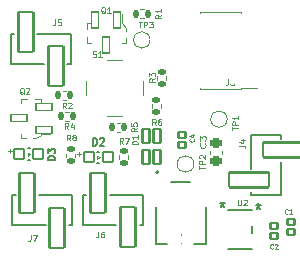
<source format=gto>
G04 #@! TF.GenerationSoftware,KiCad,Pcbnew,8.0.4+dfsg-1*
G04 #@! TF.CreationDate,2025-01-09T13:17:03-05:00*
G04 #@! TF.ProjectId,tag,7461672e-6b69-4636-9164-5f7063625858,1*
G04 #@! TF.SameCoordinates,Original*
G04 #@! TF.FileFunction,Legend,Top*
G04 #@! TF.FilePolarity,Positive*
%FSLAX46Y46*%
G04 Gerber Fmt 4.6, Leading zero omitted, Abs format (unit mm)*
G04 Created by KiCad (PCBNEW 8.0.4+dfsg-1) date 2025-01-09 13:17:03*
%MOMM*%
%LPD*%
G01*
G04 APERTURE LIST*
G04 Aperture macros list*
%AMRoundRect*
0 Rectangle with rounded corners*
0 $1 Rounding radius*
0 $2 $3 $4 $5 $6 $7 $8 $9 X,Y pos of 4 corners*
0 Add a 4 corners polygon primitive as box body*
4,1,4,$2,$3,$4,$5,$6,$7,$8,$9,$2,$3,0*
0 Add four circle primitives for the rounded corners*
1,1,$1+$1,$2,$3*
1,1,$1+$1,$4,$5*
1,1,$1+$1,$6,$7*
1,1,$1+$1,$8,$9*
0 Add four rect primitives between the rounded corners*
20,1,$1+$1,$2,$3,$4,$5,0*
20,1,$1+$1,$4,$5,$6,$7,0*
20,1,$1+$1,$6,$7,$8,$9,0*
20,1,$1+$1,$8,$9,$2,$3,0*%
G04 Aperture macros list end*
%ADD10C,0.125000*%
%ADD11C,0.098425*%
%ADD12C,0.150000*%
%ADD13C,0.120000*%
%ADD14C,0.113500*%
%ADD15C,0.152400*%
%ADD16C,0.200000*%
%ADD17C,0.100000*%
%ADD18C,1.000000*%
%ADD19RoundRect,0.102000X-0.300000X0.270000X-0.300000X-0.270000X0.300000X-0.270000X0.300000X0.270000X0*%
%ADD20RoundRect,0.135000X0.135000X0.185000X-0.135000X0.185000X-0.135000X-0.185000X0.135000X-0.185000X0*%
%ADD21R,0.660400X1.549400*%
%ADD22R,1.295400X1.905000*%
%ADD23RoundRect,0.135000X-0.135000X-0.185000X0.135000X-0.185000X0.135000X0.185000X-0.135000X0.185000X0*%
%ADD24R,2.400000X0.740000*%
%ADD25RoundRect,0.102000X0.635000X1.715000X-0.635000X1.715000X-0.635000X-1.715000X0.635000X-1.715000X0*%
%ADD26C,1.064000*%
%ADD27RoundRect,0.070000X-0.300000X0.650000X-0.300000X-0.650000X0.300000X-0.650000X0.300000X0.650000X0*%
%ADD28RoundRect,0.102000X0.300000X-0.270000X0.300000X0.270000X-0.300000X0.270000X-0.300000X-0.270000X0*%
%ADD29RoundRect,0.102000X-1.715000X0.635000X-1.715000X-0.635000X1.715000X-0.635000X1.715000X0.635000X0*%
%ADD30RoundRect,0.102000X-0.300000X0.600000X-0.300000X-0.600000X0.300000X-0.600000X0.300000X0.600000X0*%
%ADD31RoundRect,0.102000X0.400000X0.400000X-0.400000X0.400000X-0.400000X-0.400000X0.400000X-0.400000X0*%
%ADD32RoundRect,0.135000X0.185000X-0.135000X0.185000X0.135000X-0.185000X0.135000X-0.185000X-0.135000X0*%
%ADD33RoundRect,0.135000X-0.185000X0.135000X-0.185000X-0.135000X0.185000X-0.135000X0.185000X0.135000X0*%
%ADD34R,0.200000X1.100000*%
%ADD35R,0.500000X0.700000*%
%ADD36RoundRect,0.102000X-0.635000X-1.715000X0.635000X-1.715000X0.635000X1.715000X-0.635000X1.715000X0*%
%ADD37RoundRect,0.225000X-0.250000X0.225000X-0.250000X-0.225000X0.250000X-0.225000X0.250000X0.225000X0*%
%ADD38RoundRect,0.070000X0.650000X0.300000X-0.650000X0.300000X-0.650000X-0.300000X0.650000X-0.300000X0*%
%ADD39R,1.574800X0.558800*%
G04 APERTURE END LIST*
D10*
X76334809Y-36950951D02*
X76334809Y-36665237D01*
X76834809Y-36808094D02*
X76334809Y-36808094D01*
X76834809Y-36498571D02*
X76334809Y-36498571D01*
X76334809Y-36498571D02*
X76334809Y-36308095D01*
X76334809Y-36308095D02*
X76358619Y-36260476D01*
X76358619Y-36260476D02*
X76382428Y-36236666D01*
X76382428Y-36236666D02*
X76430047Y-36212857D01*
X76430047Y-36212857D02*
X76501476Y-36212857D01*
X76501476Y-36212857D02*
X76549095Y-36236666D01*
X76549095Y-36236666D02*
X76572904Y-36260476D01*
X76572904Y-36260476D02*
X76596714Y-36308095D01*
X76596714Y-36308095D02*
X76596714Y-36498571D01*
X76834809Y-35736666D02*
X76834809Y-36022380D01*
X76834809Y-35879523D02*
X76334809Y-35879523D01*
X76334809Y-35879523D02*
X76406238Y-35927142D01*
X76406238Y-35927142D02*
X76453857Y-35974761D01*
X76453857Y-35974761D02*
X76477666Y-36022380D01*
D11*
X73069519Y-37675616D02*
X73088267Y-37694364D01*
X73088267Y-37694364D02*
X73107014Y-37750607D01*
X73107014Y-37750607D02*
X73107014Y-37788102D01*
X73107014Y-37788102D02*
X73088267Y-37844345D01*
X73088267Y-37844345D02*
X73050771Y-37881841D01*
X73050771Y-37881841D02*
X73013276Y-37900588D01*
X73013276Y-37900588D02*
X72938285Y-37919336D01*
X72938285Y-37919336D02*
X72882042Y-37919336D01*
X72882042Y-37919336D02*
X72807052Y-37900588D01*
X72807052Y-37900588D02*
X72769556Y-37881841D01*
X72769556Y-37881841D02*
X72732061Y-37844345D01*
X72732061Y-37844345D02*
X72713313Y-37788102D01*
X72713313Y-37788102D02*
X72713313Y-37750607D01*
X72713313Y-37750607D02*
X72732061Y-37694364D01*
X72732061Y-37694364D02*
X72750809Y-37675616D01*
X72844547Y-37338158D02*
X73107014Y-37338158D01*
X72694566Y-37431897D02*
X72975781Y-37525635D01*
X72975781Y-37525635D02*
X72975781Y-37281915D01*
D10*
X62266666Y-35114809D02*
X62100000Y-34876714D01*
X61980952Y-35114809D02*
X61980952Y-34614809D01*
X61980952Y-34614809D02*
X62171428Y-34614809D01*
X62171428Y-34614809D02*
X62219047Y-34638619D01*
X62219047Y-34638619D02*
X62242857Y-34662428D01*
X62242857Y-34662428D02*
X62266666Y-34710047D01*
X62266666Y-34710047D02*
X62266666Y-34781476D01*
X62266666Y-34781476D02*
X62242857Y-34829095D01*
X62242857Y-34829095D02*
X62219047Y-34852904D01*
X62219047Y-34852904D02*
X62171428Y-34876714D01*
X62171428Y-34876714D02*
X61980952Y-34876714D01*
X62457143Y-34662428D02*
X62480952Y-34638619D01*
X62480952Y-34638619D02*
X62528571Y-34614809D01*
X62528571Y-34614809D02*
X62647619Y-34614809D01*
X62647619Y-34614809D02*
X62695238Y-34638619D01*
X62695238Y-34638619D02*
X62719047Y-34662428D01*
X62719047Y-34662428D02*
X62742857Y-34710047D01*
X62742857Y-34710047D02*
X62742857Y-34757666D01*
X62742857Y-34757666D02*
X62719047Y-34829095D01*
X62719047Y-34829095D02*
X62433333Y-35114809D01*
X62433333Y-35114809D02*
X62742857Y-35114809D01*
D12*
X71626667Y-45499820D02*
X71626667Y-46214105D01*
X71626667Y-46214105D02*
X71579048Y-46356962D01*
X71579048Y-46356962D02*
X71483810Y-46452201D01*
X71483810Y-46452201D02*
X71340953Y-46499820D01*
X71340953Y-46499820D02*
X71245715Y-46499820D01*
X72626667Y-46499820D02*
X72055239Y-46499820D01*
X72340953Y-46499820D02*
X72340953Y-45499820D01*
X72340953Y-45499820D02*
X72245715Y-45642677D01*
X72245715Y-45642677D02*
X72150477Y-45737915D01*
X72150477Y-45737915D02*
X72055239Y-45785534D01*
D10*
X62466666Y-36854809D02*
X62300000Y-36616714D01*
X62180952Y-36854809D02*
X62180952Y-36354809D01*
X62180952Y-36354809D02*
X62371428Y-36354809D01*
X62371428Y-36354809D02*
X62419047Y-36378619D01*
X62419047Y-36378619D02*
X62442857Y-36402428D01*
X62442857Y-36402428D02*
X62466666Y-36450047D01*
X62466666Y-36450047D02*
X62466666Y-36521476D01*
X62466666Y-36521476D02*
X62442857Y-36569095D01*
X62442857Y-36569095D02*
X62419047Y-36592904D01*
X62419047Y-36592904D02*
X62371428Y-36616714D01*
X62371428Y-36616714D02*
X62180952Y-36616714D01*
X62895238Y-36521476D02*
X62895238Y-36854809D01*
X62776190Y-36331000D02*
X62657143Y-36688142D01*
X62657143Y-36688142D02*
X62966666Y-36688142D01*
X75993333Y-32614809D02*
X75993333Y-32971952D01*
X75993333Y-32971952D02*
X75969524Y-33043380D01*
X75969524Y-33043380D02*
X75921905Y-33091000D01*
X75921905Y-33091000D02*
X75850476Y-33114809D01*
X75850476Y-33114809D02*
X75802857Y-33114809D01*
X76183809Y-32614809D02*
X76493333Y-32614809D01*
X76493333Y-32614809D02*
X76326666Y-32805285D01*
X76326666Y-32805285D02*
X76398095Y-32805285D01*
X76398095Y-32805285D02*
X76445714Y-32829095D01*
X76445714Y-32829095D02*
X76469523Y-32852904D01*
X76469523Y-32852904D02*
X76493333Y-32900523D01*
X76493333Y-32900523D02*
X76493333Y-33019571D01*
X76493333Y-33019571D02*
X76469523Y-33067190D01*
X76469523Y-33067190D02*
X76445714Y-33091000D01*
X76445714Y-33091000D02*
X76398095Y-33114809D01*
X76398095Y-33114809D02*
X76255238Y-33114809D01*
X76255238Y-33114809D02*
X76207619Y-33091000D01*
X76207619Y-33091000D02*
X76183809Y-33067190D01*
X64993333Y-45534809D02*
X64993333Y-45891952D01*
X64993333Y-45891952D02*
X64969524Y-45963380D01*
X64969524Y-45963380D02*
X64921905Y-46011000D01*
X64921905Y-46011000D02*
X64850476Y-46034809D01*
X64850476Y-46034809D02*
X64802857Y-46034809D01*
X65445714Y-45534809D02*
X65350476Y-45534809D01*
X65350476Y-45534809D02*
X65302857Y-45558619D01*
X65302857Y-45558619D02*
X65279047Y-45582428D01*
X65279047Y-45582428D02*
X65231428Y-45653857D01*
X65231428Y-45653857D02*
X65207619Y-45749095D01*
X65207619Y-45749095D02*
X65207619Y-45939571D01*
X65207619Y-45939571D02*
X65231428Y-45987190D01*
X65231428Y-45987190D02*
X65255238Y-46011000D01*
X65255238Y-46011000D02*
X65302857Y-46034809D01*
X65302857Y-46034809D02*
X65398095Y-46034809D01*
X65398095Y-46034809D02*
X65445714Y-46011000D01*
X65445714Y-46011000D02*
X65469523Y-45987190D01*
X65469523Y-45987190D02*
X65493333Y-45939571D01*
X65493333Y-45939571D02*
X65493333Y-45820523D01*
X65493333Y-45820523D02*
X65469523Y-45772904D01*
X65469523Y-45772904D02*
X65445714Y-45749095D01*
X65445714Y-45749095D02*
X65398095Y-45725285D01*
X65398095Y-45725285D02*
X65302857Y-45725285D01*
X65302857Y-45725285D02*
X65255238Y-45749095D01*
X65255238Y-45749095D02*
X65231428Y-45772904D01*
X65231428Y-45772904D02*
X65207619Y-45820523D01*
X65602380Y-27062428D02*
X65554761Y-27038619D01*
X65554761Y-27038619D02*
X65507142Y-26991000D01*
X65507142Y-26991000D02*
X65435714Y-26919571D01*
X65435714Y-26919571D02*
X65388095Y-26895761D01*
X65388095Y-26895761D02*
X65340476Y-26895761D01*
X65364285Y-27014809D02*
X65316666Y-26991000D01*
X65316666Y-26991000D02*
X65269047Y-26943380D01*
X65269047Y-26943380D02*
X65245238Y-26848142D01*
X65245238Y-26848142D02*
X65245238Y-26681476D01*
X65245238Y-26681476D02*
X65269047Y-26586238D01*
X65269047Y-26586238D02*
X65316666Y-26538619D01*
X65316666Y-26538619D02*
X65364285Y-26514809D01*
X65364285Y-26514809D02*
X65459523Y-26514809D01*
X65459523Y-26514809D02*
X65507142Y-26538619D01*
X65507142Y-26538619D02*
X65554761Y-26586238D01*
X65554761Y-26586238D02*
X65578571Y-26681476D01*
X65578571Y-26681476D02*
X65578571Y-26848142D01*
X65578571Y-26848142D02*
X65554761Y-26943380D01*
X65554761Y-26943380D02*
X65507142Y-26991000D01*
X65507142Y-26991000D02*
X65459523Y-27014809D01*
X65459523Y-27014809D02*
X65364285Y-27014809D01*
X66054762Y-27014809D02*
X65769048Y-27014809D01*
X65911905Y-27014809D02*
X65911905Y-26514809D01*
X65911905Y-26514809D02*
X65864286Y-26586238D01*
X65864286Y-26586238D02*
X65816667Y-26633857D01*
X65816667Y-26633857D02*
X65769048Y-26657666D01*
D11*
X81024383Y-43989519D02*
X81005635Y-44008267D01*
X81005635Y-44008267D02*
X80949392Y-44027014D01*
X80949392Y-44027014D02*
X80911897Y-44027014D01*
X80911897Y-44027014D02*
X80855654Y-44008267D01*
X80855654Y-44008267D02*
X80818159Y-43970771D01*
X80818159Y-43970771D02*
X80799411Y-43933276D01*
X80799411Y-43933276D02*
X80780663Y-43858285D01*
X80780663Y-43858285D02*
X80780663Y-43802042D01*
X80780663Y-43802042D02*
X80799411Y-43727052D01*
X80799411Y-43727052D02*
X80818159Y-43689556D01*
X80818159Y-43689556D02*
X80855654Y-43652061D01*
X80855654Y-43652061D02*
X80911897Y-43633313D01*
X80911897Y-43633313D02*
X80949392Y-43633313D01*
X80949392Y-43633313D02*
X81005635Y-43652061D01*
X81005635Y-43652061D02*
X81024383Y-43670809D01*
X81399336Y-44027014D02*
X81174364Y-44027014D01*
X81286850Y-44027014D02*
X81286850Y-43633313D01*
X81286850Y-43633313D02*
X81249355Y-43689556D01*
X81249355Y-43689556D02*
X81211860Y-43727052D01*
X81211860Y-43727052D02*
X81174364Y-43745799D01*
D10*
X76924809Y-38256666D02*
X77281952Y-38256666D01*
X77281952Y-38256666D02*
X77353380Y-38280475D01*
X77353380Y-38280475D02*
X77401000Y-38328094D01*
X77401000Y-38328094D02*
X77424809Y-38399523D01*
X77424809Y-38399523D02*
X77424809Y-38447142D01*
X77091476Y-37804285D02*
X77424809Y-37804285D01*
X76901000Y-37923333D02*
X77258142Y-38042380D01*
X77258142Y-38042380D02*
X77258142Y-37732857D01*
X68324809Y-38149047D02*
X67824809Y-38149047D01*
X67824809Y-38149047D02*
X67824809Y-38029999D01*
X67824809Y-38029999D02*
X67848619Y-37958571D01*
X67848619Y-37958571D02*
X67896238Y-37910952D01*
X67896238Y-37910952D02*
X67943857Y-37887142D01*
X67943857Y-37887142D02*
X68039095Y-37863333D01*
X68039095Y-37863333D02*
X68110523Y-37863333D01*
X68110523Y-37863333D02*
X68205761Y-37887142D01*
X68205761Y-37887142D02*
X68253380Y-37910952D01*
X68253380Y-37910952D02*
X68301000Y-37958571D01*
X68301000Y-37958571D02*
X68324809Y-38029999D01*
X68324809Y-38029999D02*
X68324809Y-38149047D01*
X68324809Y-37387142D02*
X68324809Y-37672856D01*
X68324809Y-37529999D02*
X67824809Y-37529999D01*
X67824809Y-37529999D02*
X67896238Y-37577618D01*
X67896238Y-37577618D02*
X67943857Y-37625237D01*
X67943857Y-37625237D02*
X67967666Y-37672856D01*
D12*
X64527618Y-38248276D02*
X64527618Y-37608276D01*
X64527618Y-37608276D02*
X64679999Y-37608276D01*
X64679999Y-37608276D02*
X64771428Y-37638752D01*
X64771428Y-37638752D02*
X64832380Y-37699704D01*
X64832380Y-37699704D02*
X64862857Y-37760657D01*
X64862857Y-37760657D02*
X64893333Y-37882561D01*
X64893333Y-37882561D02*
X64893333Y-37973990D01*
X64893333Y-37973990D02*
X64862857Y-38095895D01*
X64862857Y-38095895D02*
X64832380Y-38156847D01*
X64832380Y-38156847D02*
X64771428Y-38217800D01*
X64771428Y-38217800D02*
X64679999Y-38248276D01*
X64679999Y-38248276D02*
X64527618Y-38248276D01*
X65137142Y-37669228D02*
X65167618Y-37638752D01*
X65167618Y-37638752D02*
X65228571Y-37608276D01*
X65228571Y-37608276D02*
X65380952Y-37608276D01*
X65380952Y-37608276D02*
X65441904Y-37638752D01*
X65441904Y-37638752D02*
X65472380Y-37669228D01*
X65472380Y-37669228D02*
X65502857Y-37730180D01*
X65502857Y-37730180D02*
X65502857Y-37791133D01*
X65502857Y-37791133D02*
X65472380Y-37882561D01*
X65472380Y-37882561D02*
X65106666Y-38248276D01*
X65106666Y-38248276D02*
X65502857Y-38248276D01*
D13*
X63197142Y-38992960D02*
X63562857Y-38992960D01*
X63379999Y-39175817D02*
X63379999Y-38810102D01*
D10*
X70324809Y-27163333D02*
X70086714Y-27329999D01*
X70324809Y-27449047D02*
X69824809Y-27449047D01*
X69824809Y-27449047D02*
X69824809Y-27258571D01*
X69824809Y-27258571D02*
X69848619Y-27210952D01*
X69848619Y-27210952D02*
X69872428Y-27187142D01*
X69872428Y-27187142D02*
X69920047Y-27163333D01*
X69920047Y-27163333D02*
X69991476Y-27163333D01*
X69991476Y-27163333D02*
X70039095Y-27187142D01*
X70039095Y-27187142D02*
X70062904Y-27210952D01*
X70062904Y-27210952D02*
X70086714Y-27258571D01*
X70086714Y-27258571D02*
X70086714Y-27449047D01*
X70324809Y-26687142D02*
X70324809Y-26972856D01*
X70324809Y-26829999D02*
X69824809Y-26829999D01*
X69824809Y-26829999D02*
X69896238Y-26877618D01*
X69896238Y-26877618D02*
X69943857Y-26925237D01*
X69943857Y-26925237D02*
X69967666Y-26972856D01*
D14*
X62616666Y-37824127D02*
X62450000Y-37607936D01*
X62330952Y-37824127D02*
X62330952Y-37370127D01*
X62330952Y-37370127D02*
X62521428Y-37370127D01*
X62521428Y-37370127D02*
X62569047Y-37391746D01*
X62569047Y-37391746D02*
X62592857Y-37413365D01*
X62592857Y-37413365D02*
X62616666Y-37456603D01*
X62616666Y-37456603D02*
X62616666Y-37521460D01*
X62616666Y-37521460D02*
X62592857Y-37564698D01*
X62592857Y-37564698D02*
X62569047Y-37586317D01*
X62569047Y-37586317D02*
X62521428Y-37607936D01*
X62521428Y-37607936D02*
X62330952Y-37607936D01*
X62902381Y-37564698D02*
X62854762Y-37543079D01*
X62854762Y-37543079D02*
X62830952Y-37521460D01*
X62830952Y-37521460D02*
X62807143Y-37478222D01*
X62807143Y-37478222D02*
X62807143Y-37456603D01*
X62807143Y-37456603D02*
X62830952Y-37413365D01*
X62830952Y-37413365D02*
X62854762Y-37391746D01*
X62854762Y-37391746D02*
X62902381Y-37370127D01*
X62902381Y-37370127D02*
X62997619Y-37370127D01*
X62997619Y-37370127D02*
X63045238Y-37391746D01*
X63045238Y-37391746D02*
X63069047Y-37413365D01*
X63069047Y-37413365D02*
X63092857Y-37456603D01*
X63092857Y-37456603D02*
X63092857Y-37478222D01*
X63092857Y-37478222D02*
X63069047Y-37521460D01*
X63069047Y-37521460D02*
X63045238Y-37543079D01*
X63045238Y-37543079D02*
X62997619Y-37564698D01*
X62997619Y-37564698D02*
X62902381Y-37564698D01*
X62902381Y-37564698D02*
X62854762Y-37586317D01*
X62854762Y-37586317D02*
X62830952Y-37607936D01*
X62830952Y-37607936D02*
X62807143Y-37651174D01*
X62807143Y-37651174D02*
X62807143Y-37737650D01*
X62807143Y-37737650D02*
X62830952Y-37780888D01*
X62830952Y-37780888D02*
X62854762Y-37802508D01*
X62854762Y-37802508D02*
X62902381Y-37824127D01*
X62902381Y-37824127D02*
X62997619Y-37824127D01*
X62997619Y-37824127D02*
X63045238Y-37802508D01*
X63045238Y-37802508D02*
X63069047Y-37780888D01*
X63069047Y-37780888D02*
X63092857Y-37737650D01*
X63092857Y-37737650D02*
X63092857Y-37651174D01*
X63092857Y-37651174D02*
X63069047Y-37607936D01*
X63069047Y-37607936D02*
X63045238Y-37586317D01*
X63045238Y-37586317D02*
X62997619Y-37564698D01*
D10*
X69804809Y-32563333D02*
X69566714Y-32729999D01*
X69804809Y-32849047D02*
X69304809Y-32849047D01*
X69304809Y-32849047D02*
X69304809Y-32658571D01*
X69304809Y-32658571D02*
X69328619Y-32610952D01*
X69328619Y-32610952D02*
X69352428Y-32587142D01*
X69352428Y-32587142D02*
X69400047Y-32563333D01*
X69400047Y-32563333D02*
X69471476Y-32563333D01*
X69471476Y-32563333D02*
X69519095Y-32587142D01*
X69519095Y-32587142D02*
X69542904Y-32610952D01*
X69542904Y-32610952D02*
X69566714Y-32658571D01*
X69566714Y-32658571D02*
X69566714Y-32849047D01*
X69304809Y-32396666D02*
X69304809Y-32087142D01*
X69304809Y-32087142D02*
X69495285Y-32253809D01*
X69495285Y-32253809D02*
X69495285Y-32182380D01*
X69495285Y-32182380D02*
X69519095Y-32134761D01*
X69519095Y-32134761D02*
X69542904Y-32110952D01*
X69542904Y-32110952D02*
X69590523Y-32087142D01*
X69590523Y-32087142D02*
X69709571Y-32087142D01*
X69709571Y-32087142D02*
X69757190Y-32110952D01*
X69757190Y-32110952D02*
X69781000Y-32134761D01*
X69781000Y-32134761D02*
X69804809Y-32182380D01*
X69804809Y-32182380D02*
X69804809Y-32325237D01*
X69804809Y-32325237D02*
X69781000Y-32372856D01*
X69781000Y-32372856D02*
X69757190Y-32396666D01*
D12*
X61338276Y-39502381D02*
X60698276Y-39502381D01*
X60698276Y-39502381D02*
X60698276Y-39350000D01*
X60698276Y-39350000D02*
X60728752Y-39258571D01*
X60728752Y-39258571D02*
X60789704Y-39197619D01*
X60789704Y-39197619D02*
X60850657Y-39167142D01*
X60850657Y-39167142D02*
X60972561Y-39136666D01*
X60972561Y-39136666D02*
X61063990Y-39136666D01*
X61063990Y-39136666D02*
X61185895Y-39167142D01*
X61185895Y-39167142D02*
X61246847Y-39197619D01*
X61246847Y-39197619D02*
X61307800Y-39258571D01*
X61307800Y-39258571D02*
X61338276Y-39350000D01*
X61338276Y-39350000D02*
X61338276Y-39502381D01*
X60698276Y-38923333D02*
X60698276Y-38527142D01*
X60698276Y-38527142D02*
X60942085Y-38740476D01*
X60942085Y-38740476D02*
X60942085Y-38649047D01*
X60942085Y-38649047D02*
X60972561Y-38588095D01*
X60972561Y-38588095D02*
X61003038Y-38557619D01*
X61003038Y-38557619D02*
X61063990Y-38527142D01*
X61063990Y-38527142D02*
X61216371Y-38527142D01*
X61216371Y-38527142D02*
X61277323Y-38557619D01*
X61277323Y-38557619D02*
X61307800Y-38588095D01*
X61307800Y-38588095D02*
X61338276Y-38649047D01*
X61338276Y-38649047D02*
X61338276Y-38831904D01*
X61338276Y-38831904D02*
X61307800Y-38892857D01*
X61307800Y-38892857D02*
X61277323Y-38923333D01*
D13*
X57337142Y-38732960D02*
X57702857Y-38732960D01*
X57519999Y-38915817D02*
X57519999Y-38550102D01*
D10*
X64524048Y-30731000D02*
X64595476Y-30754809D01*
X64595476Y-30754809D02*
X64714524Y-30754809D01*
X64714524Y-30754809D02*
X64762143Y-30731000D01*
X64762143Y-30731000D02*
X64785952Y-30707190D01*
X64785952Y-30707190D02*
X64809762Y-30659571D01*
X64809762Y-30659571D02*
X64809762Y-30611952D01*
X64809762Y-30611952D02*
X64785952Y-30564333D01*
X64785952Y-30564333D02*
X64762143Y-30540523D01*
X64762143Y-30540523D02*
X64714524Y-30516714D01*
X64714524Y-30516714D02*
X64619286Y-30492904D01*
X64619286Y-30492904D02*
X64571667Y-30469095D01*
X64571667Y-30469095D02*
X64547857Y-30445285D01*
X64547857Y-30445285D02*
X64524048Y-30397666D01*
X64524048Y-30397666D02*
X64524048Y-30350047D01*
X64524048Y-30350047D02*
X64547857Y-30302428D01*
X64547857Y-30302428D02*
X64571667Y-30278619D01*
X64571667Y-30278619D02*
X64619286Y-30254809D01*
X64619286Y-30254809D02*
X64738333Y-30254809D01*
X64738333Y-30254809D02*
X64809762Y-30278619D01*
X65285952Y-30754809D02*
X65000238Y-30754809D01*
X65143095Y-30754809D02*
X65143095Y-30254809D01*
X65143095Y-30254809D02*
X65095476Y-30326238D01*
X65095476Y-30326238D02*
X65047857Y-30373857D01*
X65047857Y-30373857D02*
X65000238Y-30397666D01*
X68399048Y-27754809D02*
X68684762Y-27754809D01*
X68541905Y-28254809D02*
X68541905Y-27754809D01*
X68851428Y-28254809D02*
X68851428Y-27754809D01*
X68851428Y-27754809D02*
X69041904Y-27754809D01*
X69041904Y-27754809D02*
X69089523Y-27778619D01*
X69089523Y-27778619D02*
X69113333Y-27802428D01*
X69113333Y-27802428D02*
X69137142Y-27850047D01*
X69137142Y-27850047D02*
X69137142Y-27921476D01*
X69137142Y-27921476D02*
X69113333Y-27969095D01*
X69113333Y-27969095D02*
X69089523Y-27992904D01*
X69089523Y-27992904D02*
X69041904Y-28016714D01*
X69041904Y-28016714D02*
X68851428Y-28016714D01*
X69303809Y-27754809D02*
X69613333Y-27754809D01*
X69613333Y-27754809D02*
X69446666Y-27945285D01*
X69446666Y-27945285D02*
X69518095Y-27945285D01*
X69518095Y-27945285D02*
X69565714Y-27969095D01*
X69565714Y-27969095D02*
X69589523Y-27992904D01*
X69589523Y-27992904D02*
X69613333Y-28040523D01*
X69613333Y-28040523D02*
X69613333Y-28159571D01*
X69613333Y-28159571D02*
X69589523Y-28207190D01*
X69589523Y-28207190D02*
X69565714Y-28231000D01*
X69565714Y-28231000D02*
X69518095Y-28254809D01*
X69518095Y-28254809D02*
X69375238Y-28254809D01*
X69375238Y-28254809D02*
X69327619Y-28231000D01*
X69327619Y-28231000D02*
X69303809Y-28207190D01*
X73524809Y-40270951D02*
X73524809Y-39985237D01*
X74024809Y-40128094D02*
X73524809Y-40128094D01*
X74024809Y-39818571D02*
X73524809Y-39818571D01*
X73524809Y-39818571D02*
X73524809Y-39628095D01*
X73524809Y-39628095D02*
X73548619Y-39580476D01*
X73548619Y-39580476D02*
X73572428Y-39556666D01*
X73572428Y-39556666D02*
X73620047Y-39532857D01*
X73620047Y-39532857D02*
X73691476Y-39532857D01*
X73691476Y-39532857D02*
X73739095Y-39556666D01*
X73739095Y-39556666D02*
X73762904Y-39580476D01*
X73762904Y-39580476D02*
X73786714Y-39628095D01*
X73786714Y-39628095D02*
X73786714Y-39818571D01*
X73572428Y-39342380D02*
X73548619Y-39318571D01*
X73548619Y-39318571D02*
X73524809Y-39270952D01*
X73524809Y-39270952D02*
X73524809Y-39151904D01*
X73524809Y-39151904D02*
X73548619Y-39104285D01*
X73548619Y-39104285D02*
X73572428Y-39080476D01*
X73572428Y-39080476D02*
X73620047Y-39056666D01*
X73620047Y-39056666D02*
X73667666Y-39056666D01*
X73667666Y-39056666D02*
X73739095Y-39080476D01*
X73739095Y-39080476D02*
X74024809Y-39366190D01*
X74024809Y-39366190D02*
X74024809Y-39056666D01*
X68274809Y-36773333D02*
X68036714Y-36939999D01*
X68274809Y-37059047D02*
X67774809Y-37059047D01*
X67774809Y-37059047D02*
X67774809Y-36868571D01*
X67774809Y-36868571D02*
X67798619Y-36820952D01*
X67798619Y-36820952D02*
X67822428Y-36797142D01*
X67822428Y-36797142D02*
X67870047Y-36773333D01*
X67870047Y-36773333D02*
X67941476Y-36773333D01*
X67941476Y-36773333D02*
X67989095Y-36797142D01*
X67989095Y-36797142D02*
X68012904Y-36820952D01*
X68012904Y-36820952D02*
X68036714Y-36868571D01*
X68036714Y-36868571D02*
X68036714Y-37059047D01*
X67774809Y-36320952D02*
X67774809Y-36559047D01*
X67774809Y-36559047D02*
X68012904Y-36582856D01*
X68012904Y-36582856D02*
X67989095Y-36559047D01*
X67989095Y-36559047D02*
X67965285Y-36511428D01*
X67965285Y-36511428D02*
X67965285Y-36392380D01*
X67965285Y-36392380D02*
X67989095Y-36344761D01*
X67989095Y-36344761D02*
X68012904Y-36320952D01*
X68012904Y-36320952D02*
X68060523Y-36297142D01*
X68060523Y-36297142D02*
X68179571Y-36297142D01*
X68179571Y-36297142D02*
X68227190Y-36320952D01*
X68227190Y-36320952D02*
X68251000Y-36344761D01*
X68251000Y-36344761D02*
X68274809Y-36392380D01*
X68274809Y-36392380D02*
X68274809Y-36511428D01*
X68274809Y-36511428D02*
X68251000Y-36559047D01*
X68251000Y-36559047D02*
X68227190Y-36582856D01*
X69866666Y-36504809D02*
X69700000Y-36266714D01*
X69580952Y-36504809D02*
X69580952Y-36004809D01*
X69580952Y-36004809D02*
X69771428Y-36004809D01*
X69771428Y-36004809D02*
X69819047Y-36028619D01*
X69819047Y-36028619D02*
X69842857Y-36052428D01*
X69842857Y-36052428D02*
X69866666Y-36100047D01*
X69866666Y-36100047D02*
X69866666Y-36171476D01*
X69866666Y-36171476D02*
X69842857Y-36219095D01*
X69842857Y-36219095D02*
X69819047Y-36242904D01*
X69819047Y-36242904D02*
X69771428Y-36266714D01*
X69771428Y-36266714D02*
X69580952Y-36266714D01*
X70295238Y-36004809D02*
X70200000Y-36004809D01*
X70200000Y-36004809D02*
X70152381Y-36028619D01*
X70152381Y-36028619D02*
X70128571Y-36052428D01*
X70128571Y-36052428D02*
X70080952Y-36123857D01*
X70080952Y-36123857D02*
X70057143Y-36219095D01*
X70057143Y-36219095D02*
X70057143Y-36409571D01*
X70057143Y-36409571D02*
X70080952Y-36457190D01*
X70080952Y-36457190D02*
X70104762Y-36481000D01*
X70104762Y-36481000D02*
X70152381Y-36504809D01*
X70152381Y-36504809D02*
X70247619Y-36504809D01*
X70247619Y-36504809D02*
X70295238Y-36481000D01*
X70295238Y-36481000D02*
X70319047Y-36457190D01*
X70319047Y-36457190D02*
X70342857Y-36409571D01*
X70342857Y-36409571D02*
X70342857Y-36290523D01*
X70342857Y-36290523D02*
X70319047Y-36242904D01*
X70319047Y-36242904D02*
X70295238Y-36219095D01*
X70295238Y-36219095D02*
X70247619Y-36195285D01*
X70247619Y-36195285D02*
X70152381Y-36195285D01*
X70152381Y-36195285D02*
X70104762Y-36219095D01*
X70104762Y-36219095D02*
X70080952Y-36242904D01*
X70080952Y-36242904D02*
X70057143Y-36290523D01*
X61333333Y-27574809D02*
X61333333Y-27931952D01*
X61333333Y-27931952D02*
X61309524Y-28003380D01*
X61309524Y-28003380D02*
X61261905Y-28051000D01*
X61261905Y-28051000D02*
X61190476Y-28074809D01*
X61190476Y-28074809D02*
X61142857Y-28074809D01*
X61809523Y-27574809D02*
X61571428Y-27574809D01*
X61571428Y-27574809D02*
X61547619Y-27812904D01*
X61547619Y-27812904D02*
X61571428Y-27789095D01*
X61571428Y-27789095D02*
X61619047Y-27765285D01*
X61619047Y-27765285D02*
X61738095Y-27765285D01*
X61738095Y-27765285D02*
X61785714Y-27789095D01*
X61785714Y-27789095D02*
X61809523Y-27812904D01*
X61809523Y-27812904D02*
X61833333Y-27860523D01*
X61833333Y-27860523D02*
X61833333Y-27979571D01*
X61833333Y-27979571D02*
X61809523Y-28027190D01*
X61809523Y-28027190D02*
X61785714Y-28051000D01*
X61785714Y-28051000D02*
X61738095Y-28074809D01*
X61738095Y-28074809D02*
X61619047Y-28074809D01*
X61619047Y-28074809D02*
X61571428Y-28051000D01*
X61571428Y-28051000D02*
X61547619Y-28027190D01*
X59263333Y-45824809D02*
X59263333Y-46181952D01*
X59263333Y-46181952D02*
X59239524Y-46253380D01*
X59239524Y-46253380D02*
X59191905Y-46301000D01*
X59191905Y-46301000D02*
X59120476Y-46324809D01*
X59120476Y-46324809D02*
X59072857Y-46324809D01*
X59453809Y-45824809D02*
X59787142Y-45824809D01*
X59787142Y-45824809D02*
X59572857Y-46324809D01*
X74037190Y-38048333D02*
X74061000Y-38079285D01*
X74061000Y-38079285D02*
X74084809Y-38172143D01*
X74084809Y-38172143D02*
X74084809Y-38234047D01*
X74084809Y-38234047D02*
X74061000Y-38326904D01*
X74061000Y-38326904D02*
X74013380Y-38388809D01*
X74013380Y-38388809D02*
X73965761Y-38419762D01*
X73965761Y-38419762D02*
X73870523Y-38450714D01*
X73870523Y-38450714D02*
X73799095Y-38450714D01*
X73799095Y-38450714D02*
X73703857Y-38419762D01*
X73703857Y-38419762D02*
X73656238Y-38388809D01*
X73656238Y-38388809D02*
X73608619Y-38326904D01*
X73608619Y-38326904D02*
X73584809Y-38234047D01*
X73584809Y-38234047D02*
X73584809Y-38172143D01*
X73584809Y-38172143D02*
X73608619Y-38079285D01*
X73608619Y-38079285D02*
X73632428Y-38048333D01*
X73584809Y-37831666D02*
X73584809Y-37429285D01*
X73584809Y-37429285D02*
X73775285Y-37645952D01*
X73775285Y-37645952D02*
X73775285Y-37553095D01*
X73775285Y-37553095D02*
X73799095Y-37491190D01*
X73799095Y-37491190D02*
X73822904Y-37460238D01*
X73822904Y-37460238D02*
X73870523Y-37429285D01*
X73870523Y-37429285D02*
X73989571Y-37429285D01*
X73989571Y-37429285D02*
X74037190Y-37460238D01*
X74037190Y-37460238D02*
X74061000Y-37491190D01*
X74061000Y-37491190D02*
X74084809Y-37553095D01*
X74084809Y-37553095D02*
X74084809Y-37738809D01*
X74084809Y-37738809D02*
X74061000Y-37800714D01*
X74061000Y-37800714D02*
X74037190Y-37831666D01*
X58712380Y-33902428D02*
X58664761Y-33878619D01*
X58664761Y-33878619D02*
X58617142Y-33831000D01*
X58617142Y-33831000D02*
X58545714Y-33759571D01*
X58545714Y-33759571D02*
X58498095Y-33735761D01*
X58498095Y-33735761D02*
X58450476Y-33735761D01*
X58474285Y-33854809D02*
X58426666Y-33831000D01*
X58426666Y-33831000D02*
X58379047Y-33783380D01*
X58379047Y-33783380D02*
X58355238Y-33688142D01*
X58355238Y-33688142D02*
X58355238Y-33521476D01*
X58355238Y-33521476D02*
X58379047Y-33426238D01*
X58379047Y-33426238D02*
X58426666Y-33378619D01*
X58426666Y-33378619D02*
X58474285Y-33354809D01*
X58474285Y-33354809D02*
X58569523Y-33354809D01*
X58569523Y-33354809D02*
X58617142Y-33378619D01*
X58617142Y-33378619D02*
X58664761Y-33426238D01*
X58664761Y-33426238D02*
X58688571Y-33521476D01*
X58688571Y-33521476D02*
X58688571Y-33688142D01*
X58688571Y-33688142D02*
X58664761Y-33783380D01*
X58664761Y-33783380D02*
X58617142Y-33831000D01*
X58617142Y-33831000D02*
X58569523Y-33854809D01*
X58569523Y-33854809D02*
X58474285Y-33854809D01*
X58879048Y-33402428D02*
X58902857Y-33378619D01*
X58902857Y-33378619D02*
X58950476Y-33354809D01*
X58950476Y-33354809D02*
X59069524Y-33354809D01*
X59069524Y-33354809D02*
X59117143Y-33378619D01*
X59117143Y-33378619D02*
X59140952Y-33402428D01*
X59140952Y-33402428D02*
X59164762Y-33450047D01*
X59164762Y-33450047D02*
X59164762Y-33497666D01*
X59164762Y-33497666D02*
X59140952Y-33569095D01*
X59140952Y-33569095D02*
X58855238Y-33854809D01*
X58855238Y-33854809D02*
X59164762Y-33854809D01*
X67086666Y-38104809D02*
X66920000Y-37866714D01*
X66800952Y-38104809D02*
X66800952Y-37604809D01*
X66800952Y-37604809D02*
X66991428Y-37604809D01*
X66991428Y-37604809D02*
X67039047Y-37628619D01*
X67039047Y-37628619D02*
X67062857Y-37652428D01*
X67062857Y-37652428D02*
X67086666Y-37700047D01*
X67086666Y-37700047D02*
X67086666Y-37771476D01*
X67086666Y-37771476D02*
X67062857Y-37819095D01*
X67062857Y-37819095D02*
X67039047Y-37842904D01*
X67039047Y-37842904D02*
X66991428Y-37866714D01*
X66991428Y-37866714D02*
X66800952Y-37866714D01*
X67253333Y-37604809D02*
X67586666Y-37604809D01*
X67586666Y-37604809D02*
X67372381Y-38104809D01*
X76796847Y-42824810D02*
X76796847Y-43229572D01*
X76796847Y-43229572D02*
X76820657Y-43277191D01*
X76820657Y-43277191D02*
X76844466Y-43301001D01*
X76844466Y-43301001D02*
X76892085Y-43324810D01*
X76892085Y-43324810D02*
X76987323Y-43324810D01*
X76987323Y-43324810D02*
X77034942Y-43301001D01*
X77034942Y-43301001D02*
X77058752Y-43277191D01*
X77058752Y-43277191D02*
X77082561Y-43229572D01*
X77082561Y-43229572D02*
X77082561Y-42824810D01*
X77296848Y-42872429D02*
X77320657Y-42848620D01*
X77320657Y-42848620D02*
X77368276Y-42824810D01*
X77368276Y-42824810D02*
X77487324Y-42824810D01*
X77487324Y-42824810D02*
X77534943Y-42848620D01*
X77534943Y-42848620D02*
X77558752Y-42872429D01*
X77558752Y-42872429D02*
X77582562Y-42920048D01*
X77582562Y-42920048D02*
X77582562Y-42967667D01*
X77582562Y-42967667D02*
X77558752Y-43039096D01*
X77558752Y-43039096D02*
X77273038Y-43324810D01*
X77273038Y-43324810D02*
X77582562Y-43324810D01*
D12*
X78557800Y-43154820D02*
X78557800Y-43392915D01*
X78319705Y-43297677D02*
X78557800Y-43392915D01*
X78557800Y-43392915D02*
X78795895Y-43297677D01*
X78414943Y-43583391D02*
X78557800Y-43392915D01*
X78557800Y-43392915D02*
X78700657Y-43583391D01*
X75507800Y-43004820D02*
X75507800Y-43242915D01*
X75269705Y-43147677D02*
X75507800Y-43242915D01*
X75507800Y-43242915D02*
X75745895Y-43147677D01*
X75364943Y-43433391D02*
X75507800Y-43242915D01*
X75507800Y-43242915D02*
X75650657Y-43433391D01*
D11*
X79794383Y-46949519D02*
X79775635Y-46968267D01*
X79775635Y-46968267D02*
X79719392Y-46987014D01*
X79719392Y-46987014D02*
X79681897Y-46987014D01*
X79681897Y-46987014D02*
X79625654Y-46968267D01*
X79625654Y-46968267D02*
X79588159Y-46930771D01*
X79588159Y-46930771D02*
X79569411Y-46893276D01*
X79569411Y-46893276D02*
X79550663Y-46818285D01*
X79550663Y-46818285D02*
X79550663Y-46762042D01*
X79550663Y-46762042D02*
X79569411Y-46687052D01*
X79569411Y-46687052D02*
X79588159Y-46649556D01*
X79588159Y-46649556D02*
X79625654Y-46612061D01*
X79625654Y-46612061D02*
X79681897Y-46593313D01*
X79681897Y-46593313D02*
X79719392Y-46593313D01*
X79719392Y-46593313D02*
X79775635Y-46612061D01*
X79775635Y-46612061D02*
X79794383Y-46630809D01*
X79944364Y-46630809D02*
X79963112Y-46612061D01*
X79963112Y-46612061D02*
X80000607Y-46593313D01*
X80000607Y-46593313D02*
X80094346Y-46593313D01*
X80094346Y-46593313D02*
X80131841Y-46612061D01*
X80131841Y-46612061D02*
X80150589Y-46630809D01*
X80150589Y-46630809D02*
X80169336Y-46668304D01*
X80169336Y-46668304D02*
X80169336Y-46705799D01*
X80169336Y-46705799D02*
X80150589Y-46762042D01*
X80150589Y-46762042D02*
X79925617Y-46987014D01*
X79925617Y-46987014D02*
X80169336Y-46987014D01*
D13*
X75910000Y-36020000D02*
G75*
G02*
X74510000Y-36020000I-700000J0D01*
G01*
X74510000Y-36020000D02*
G75*
G02*
X75910000Y-36020000I700000J0D01*
G01*
X62273641Y-33620000D02*
X61966359Y-33620000D01*
X62273641Y-34380000D02*
X61966359Y-34380000D01*
D15*
X69839101Y-43455240D02*
X69839101Y-46550001D01*
X69839101Y-46550001D02*
X70797062Y-46550001D01*
X72779560Y-41343001D02*
X71140442Y-41343001D01*
X73122940Y-46550001D02*
X74080901Y-46550001D01*
X74080901Y-46550001D02*
X74080901Y-43455240D01*
D13*
X62216359Y-35400000D02*
X62523641Y-35400000D01*
X62216359Y-36160000D02*
X62523641Y-36160000D01*
X73565000Y-27030000D02*
X73565000Y-26965000D01*
X73565000Y-33435000D02*
X73565000Y-33370000D01*
X77095000Y-26965000D02*
X73565000Y-26965000D01*
X77095000Y-27030000D02*
X77095000Y-26965000D01*
X77095000Y-33435000D02*
X73565000Y-33435000D01*
X77095000Y-33435000D02*
X77095000Y-33370000D01*
X78420000Y-33370000D02*
X77095000Y-33370000D01*
D16*
X63690000Y-42460000D02*
X63975000Y-42460000D01*
X63690000Y-45000000D02*
X63690000Y-42460000D01*
X65945000Y-42460000D02*
X68770000Y-42460000D01*
X66515000Y-45000000D02*
X63690000Y-45000000D01*
X68770000Y-42460000D02*
X68770000Y-45000000D01*
X68770000Y-45000000D02*
X68485000Y-45000000D01*
D17*
X64000000Y-27885000D02*
X64350000Y-27885000D01*
X64000000Y-28360000D02*
X64000000Y-27885000D01*
X64000000Y-29535000D02*
X64000000Y-29085000D01*
X64225000Y-29535000D02*
X64350000Y-29535000D01*
X64300000Y-29535000D02*
X64000000Y-29535000D01*
X66975000Y-27885000D02*
X66975000Y-27110000D01*
X67025000Y-27885000D02*
X66975000Y-27885000D01*
X67300000Y-28260000D02*
X67025000Y-27885000D01*
X67300000Y-28535000D02*
X67300000Y-28260000D01*
X67300000Y-29160000D02*
X67300000Y-29535000D01*
X67300000Y-29535000D02*
X67000000Y-29535000D01*
D16*
X77940000Y-37400000D02*
X80480000Y-37400000D01*
X77940000Y-40225000D02*
X77940000Y-37400000D01*
X77940000Y-42480000D02*
X77940000Y-42195000D01*
X80480000Y-37400000D02*
X80480000Y-37685000D01*
X80480000Y-39655000D02*
X80480000Y-42480000D01*
X80480000Y-42480000D02*
X77940000Y-42480000D01*
X70095000Y-40530000D02*
G75*
G02*
X69895000Y-40530000I-100000J0D01*
G01*
X69895000Y-40530000D02*
G75*
G02*
X70095000Y-40530000I100000J0D01*
G01*
D17*
X64870000Y-39110000D02*
X65110000Y-39260000D01*
X64870000Y-39400000D02*
X64870000Y-39110000D01*
D16*
X64880000Y-38760000D02*
X65080000Y-38760000D01*
X65080000Y-39760000D02*
X64880000Y-39760000D01*
D17*
X65110000Y-39260000D02*
X64870000Y-39400000D01*
D13*
X68526359Y-26700000D02*
X68833641Y-26700000D01*
X68526359Y-27460000D02*
X68833641Y-27460000D01*
X62270000Y-39243641D02*
X62270000Y-38936359D01*
X63030000Y-39243641D02*
X63030000Y-38936359D01*
X70000000Y-32396359D02*
X70000000Y-32703641D01*
X70760000Y-32396359D02*
X70760000Y-32703641D01*
D17*
X59010000Y-38850000D02*
X59250000Y-39000000D01*
X59010000Y-39140000D02*
X59010000Y-38850000D01*
D16*
X59020000Y-38500000D02*
X59220000Y-38500000D01*
X59220000Y-39500000D02*
X59020000Y-39500000D01*
D17*
X59250000Y-39000000D02*
X59010000Y-39140000D01*
X63965000Y-33380000D02*
X63965000Y-32780000D01*
X63965000Y-33380000D02*
X63965000Y-33980000D01*
X66365000Y-30980000D02*
X65765000Y-30980000D01*
X66365000Y-30980000D02*
X66965000Y-30980000D01*
X66365000Y-35780000D02*
X65765000Y-35780000D01*
X66365000Y-35780000D02*
X66965000Y-35780000D01*
X68765000Y-33380000D02*
X68765000Y-32780000D01*
X68765000Y-33380000D02*
X68765000Y-33980000D01*
D13*
X69380000Y-29310000D02*
G75*
G02*
X67980000Y-29310000I-700000J0D01*
G01*
X67980000Y-29310000D02*
G75*
G02*
X69380000Y-29310000I700000J0D01*
G01*
X73080000Y-39820000D02*
G75*
G02*
X71680000Y-39820000I-700000J0D01*
G01*
X71680000Y-39820000D02*
G75*
G02*
X73080000Y-39820000I700000J0D01*
G01*
X66843641Y-36330000D02*
X66536359Y-36330000D01*
X66843641Y-37090000D02*
X66536359Y-37090000D01*
X69540000Y-35073641D02*
X69540000Y-34766359D01*
X70300000Y-35073641D02*
X70300000Y-34766359D01*
D16*
X57570000Y-28800000D02*
X57855000Y-28800000D01*
X57570000Y-31340000D02*
X57570000Y-28800000D01*
X59825000Y-28800000D02*
X62650000Y-28800000D01*
X60395000Y-31340000D02*
X57570000Y-31340000D01*
X62650000Y-28800000D02*
X62650000Y-31340000D01*
X62650000Y-31340000D02*
X62365000Y-31340000D01*
X57720000Y-42480000D02*
X58005000Y-42480000D01*
X57720000Y-45020000D02*
X57720000Y-42480000D01*
X59975000Y-42480000D02*
X62800000Y-42480000D01*
X60545000Y-45020000D02*
X57720000Y-45020000D01*
X62800000Y-42480000D02*
X62800000Y-45020000D01*
X62800000Y-45020000D02*
X62515000Y-45020000D01*
D13*
X74440000Y-38679420D02*
X74440000Y-38960580D01*
X75460000Y-38679420D02*
X75460000Y-38960580D01*
D17*
X58485000Y-34300000D02*
X58935000Y-34300000D01*
X58485000Y-34525000D02*
X58485000Y-34650000D01*
X58485000Y-34600000D02*
X58485000Y-34300000D01*
X58485000Y-37600000D02*
X58485000Y-37300000D01*
X58860000Y-37600000D02*
X58485000Y-37600000D01*
X59485000Y-37600000D02*
X59760000Y-37600000D01*
X59660000Y-34300000D02*
X60135000Y-34300000D01*
X59760000Y-37600000D02*
X60135000Y-37325000D01*
X60135000Y-34300000D02*
X60135000Y-34650000D01*
X60135000Y-37275000D02*
X60910000Y-37275000D01*
X60135000Y-37325000D02*
X60135000Y-37275000D01*
D13*
X66770000Y-39353641D02*
X66770000Y-39046359D01*
X67530000Y-39353641D02*
X67530000Y-39046359D01*
D15*
X76004500Y-47011001D02*
X78011100Y-47011001D01*
X78011100Y-43709001D02*
X76004500Y-43709001D01*
X78011100Y-45697862D02*
X78011100Y-45022140D01*
%LPC*%
D18*
X75210000Y-36020000D03*
D19*
X72060000Y-37378000D03*
X72060000Y-38242000D03*
D20*
X62630000Y-34000000D03*
X61610000Y-34000000D03*
D21*
X72460000Y-46045001D03*
X71460002Y-46045001D03*
D22*
X70160002Y-42170000D03*
X73760000Y-42170000D03*
D23*
X61860000Y-35780000D03*
X62880000Y-35780000D03*
D24*
X77280000Y-32740000D03*
X73380000Y-32740000D03*
X77280000Y-31470000D03*
X73380000Y-31470000D03*
X77280000Y-30200000D03*
X73380000Y-30200000D03*
X77280000Y-28930000D03*
X73380000Y-28930000D03*
X77280000Y-27660000D03*
X73380000Y-27660000D03*
D25*
X64960000Y-42270000D03*
X67500000Y-45190000D03*
D26*
X83840000Y-37670000D03*
X83840000Y-36400000D03*
X83840000Y-35130000D03*
X83840000Y-32590000D03*
X83840000Y-31320000D03*
X83840000Y-30050000D03*
D27*
X66600000Y-27660000D03*
X64700000Y-27660000D03*
X65650000Y-29760000D03*
D28*
X81310000Y-45552000D03*
X81310000Y-44688000D03*
D29*
X77750000Y-41210000D03*
X80670000Y-38670000D03*
D30*
X69995000Y-39260000D03*
X69995000Y-37460000D03*
X69045000Y-37460000D03*
X69045000Y-39260000D03*
D31*
X65780000Y-39260000D03*
X64180000Y-39260000D03*
D23*
X68170000Y-27080000D03*
X69190000Y-27080000D03*
D32*
X62650000Y-39600000D03*
X62650000Y-38580000D03*
D33*
X70380000Y-32040000D03*
X70380000Y-33060000D03*
D31*
X59920000Y-39000000D03*
X58320000Y-39000000D03*
D34*
X63890000Y-31630000D03*
D35*
X64240000Y-31630000D03*
X68490000Y-31630000D03*
D34*
X68840000Y-31630000D03*
X63890000Y-35130000D03*
D35*
X64240000Y-35130000D03*
X68490000Y-35130000D03*
D34*
X68840000Y-35130000D03*
D18*
X68680000Y-29310000D03*
X72380000Y-39820000D03*
D20*
X67200000Y-36710000D03*
X66180000Y-36710000D03*
D32*
X69920000Y-35430000D03*
X69920000Y-34410000D03*
D25*
X58840000Y-28610000D03*
X61380000Y-31530000D03*
D36*
X61530000Y-45210000D03*
X58990000Y-42290000D03*
D37*
X74950000Y-38045000D03*
X74950000Y-39595000D03*
D38*
X60360000Y-36900000D03*
X60360000Y-35000000D03*
X58260000Y-35950000D03*
D32*
X67150000Y-39710000D03*
X67150000Y-38690000D03*
D39*
X75915600Y-44410000D03*
X75915600Y-45360001D03*
X75915600Y-46310002D03*
X78100000Y-46310002D03*
X78100000Y-44410000D03*
D28*
X79900000Y-45940000D03*
X79900000Y-45076000D03*
%LPD*%
M02*

</source>
